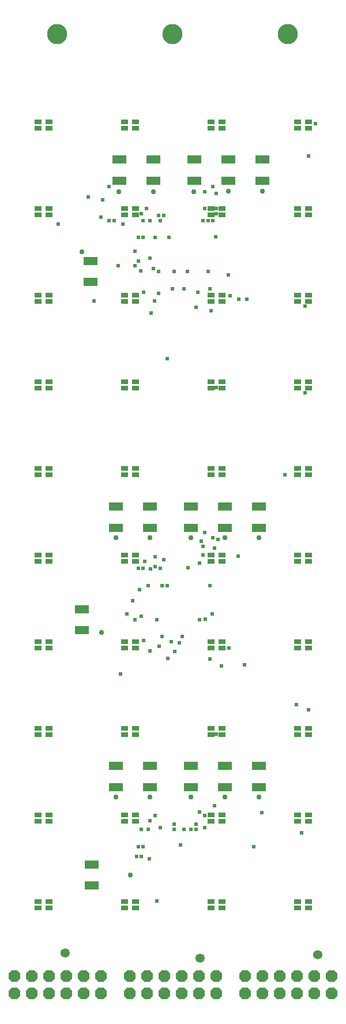
<source format=gbr>
G04 EAGLE Gerber RS-274X export*
G75*
%MOMM*%
%FSLAX34Y34*%
%LPD*%
%INSoldermask Top*%
%IPPOS*%
%AMOC8*
5,1,8,0,0,1.08239X$1,22.5*%
G01*
%ADD10C,2.954019*%
%ADD11R,1.003200X0.703200*%
%ADD12P,1.869504X8X22.500000*%
%ADD13R,2.023200X1.243200*%
%ADD14C,0.603200*%
%ADD15C,1.353200*%
%ADD16C,0.753200*%


D10*
X83820Y-31750D03*
X253153Y-31750D03*
X422487Y-31750D03*
D11*
X71500Y-160600D03*
X55500Y-160600D03*
X71500Y-169600D03*
X55500Y-169600D03*
X198500Y-414600D03*
X182500Y-414600D03*
X198500Y-423600D03*
X182500Y-423600D03*
X325500Y-414600D03*
X309500Y-414600D03*
X325500Y-423600D03*
X309500Y-423600D03*
X452500Y-414600D03*
X436500Y-414600D03*
X452500Y-423600D03*
X436500Y-423600D03*
X71500Y-541600D03*
X55500Y-541600D03*
X71500Y-550600D03*
X55500Y-550600D03*
X198500Y-541600D03*
X182500Y-541600D03*
X198500Y-550600D03*
X182500Y-550600D03*
X325500Y-541600D03*
X309500Y-541600D03*
X325500Y-550600D03*
X309500Y-550600D03*
X452500Y-541600D03*
X436500Y-541600D03*
X452500Y-550600D03*
X436500Y-550600D03*
X71500Y-668600D03*
X55500Y-668600D03*
X71500Y-677600D03*
X55500Y-677600D03*
X198500Y-668600D03*
X182500Y-668600D03*
X198500Y-677600D03*
X182500Y-677600D03*
X325500Y-668600D03*
X309500Y-668600D03*
X325500Y-677600D03*
X309500Y-677600D03*
X198500Y-160600D03*
X182500Y-160600D03*
X198500Y-169600D03*
X182500Y-169600D03*
X452500Y-668600D03*
X436500Y-668600D03*
X452500Y-677600D03*
X436500Y-677600D03*
X71500Y-795600D03*
X55500Y-795600D03*
X71500Y-804600D03*
X55500Y-804600D03*
X198500Y-795600D03*
X182500Y-795600D03*
X198500Y-804600D03*
X182500Y-804600D03*
X325500Y-795600D03*
X309500Y-795600D03*
X325500Y-804600D03*
X309500Y-804600D03*
X452500Y-795600D03*
X436500Y-795600D03*
X452500Y-804600D03*
X436500Y-804600D03*
X71500Y-922600D03*
X55500Y-922600D03*
X71500Y-931600D03*
X55500Y-931600D03*
X198500Y-922600D03*
X182500Y-922600D03*
X198500Y-931600D03*
X182500Y-931600D03*
X325500Y-922600D03*
X309500Y-922600D03*
X325500Y-931600D03*
X309500Y-931600D03*
X452500Y-922600D03*
X436500Y-922600D03*
X452500Y-931600D03*
X436500Y-931600D03*
X71500Y-1049600D03*
X55500Y-1049600D03*
X71500Y-1058600D03*
X55500Y-1058600D03*
X325500Y-160600D03*
X309500Y-160600D03*
X325500Y-169600D03*
X309500Y-169600D03*
X198500Y-1049600D03*
X182500Y-1049600D03*
X198500Y-1058600D03*
X182500Y-1058600D03*
X325500Y-1049600D03*
X309500Y-1049600D03*
X325500Y-1058600D03*
X309500Y-1058600D03*
X452500Y-1049600D03*
X436500Y-1049600D03*
X452500Y-1058600D03*
X436500Y-1058600D03*
X71500Y-1176600D03*
X55500Y-1176600D03*
X71500Y-1185600D03*
X55500Y-1185600D03*
X198500Y-1176600D03*
X182500Y-1176600D03*
X198500Y-1185600D03*
X182500Y-1185600D03*
X325500Y-1176600D03*
X309500Y-1176600D03*
X325500Y-1185600D03*
X309500Y-1185600D03*
X452500Y-1176600D03*
X436500Y-1176600D03*
X452500Y-1185600D03*
X436500Y-1185600D03*
X71500Y-1303600D03*
X55500Y-1303600D03*
X71500Y-1312600D03*
X55500Y-1312600D03*
X198500Y-1303600D03*
X182500Y-1303600D03*
X198500Y-1312600D03*
X182500Y-1312600D03*
X325500Y-1303600D03*
X309500Y-1303600D03*
X325500Y-1312600D03*
X309500Y-1312600D03*
X452500Y-160600D03*
X436500Y-160600D03*
X452500Y-169600D03*
X436500Y-169600D03*
X452500Y-1303600D03*
X436500Y-1303600D03*
X452500Y-1312600D03*
X436500Y-1312600D03*
X71500Y-287600D03*
X55500Y-287600D03*
X71500Y-296600D03*
X55500Y-296600D03*
X198500Y-287600D03*
X182500Y-287600D03*
X198500Y-296600D03*
X182500Y-296600D03*
X325500Y-287600D03*
X309500Y-287600D03*
X325500Y-296600D03*
X309500Y-296600D03*
X452500Y-287600D03*
X436500Y-287600D03*
X452500Y-296600D03*
X436500Y-296600D03*
X71500Y-414600D03*
X55500Y-414600D03*
X71500Y-423600D03*
X55500Y-423600D03*
D12*
X21167Y-1437700D03*
X46567Y-1437700D03*
X71967Y-1437700D03*
X97367Y-1437700D03*
X122767Y-1437700D03*
X148167Y-1437700D03*
X21167Y-1412300D03*
X46567Y-1412300D03*
X71967Y-1412300D03*
X97367Y-1412300D03*
X122767Y-1412300D03*
X148167Y-1412300D03*
X190500Y-1437700D03*
X215900Y-1437700D03*
X241300Y-1437700D03*
X266700Y-1437700D03*
X292100Y-1437700D03*
X317500Y-1437700D03*
X190500Y-1412300D03*
X215900Y-1412300D03*
X241300Y-1412300D03*
X266700Y-1412300D03*
X292100Y-1412300D03*
X317500Y-1412300D03*
X359833Y-1437700D03*
X385233Y-1437700D03*
X410633Y-1437700D03*
X436033Y-1437700D03*
X461433Y-1437700D03*
X486833Y-1437700D03*
X359833Y-1412300D03*
X385233Y-1412300D03*
X410633Y-1412300D03*
X436033Y-1412300D03*
X461433Y-1412300D03*
X486833Y-1412300D03*
D13*
X175000Y-246400D03*
X175000Y-215600D03*
X335000Y-246400D03*
X335000Y-215600D03*
X225000Y-246400D03*
X225000Y-215600D03*
X132571Y-364184D03*
X132571Y-394984D03*
X285000Y-246400D03*
X285000Y-215600D03*
X170000Y-755400D03*
X170000Y-724600D03*
X330000Y-755400D03*
X330000Y-724600D03*
X220000Y-755400D03*
X220000Y-724600D03*
X120000Y-905400D03*
X120000Y-874600D03*
X280000Y-755400D03*
X280000Y-724600D03*
X170000Y-1135400D03*
X170000Y-1104600D03*
X330000Y-1135400D03*
X330000Y-1104600D03*
X220000Y-1135400D03*
X220000Y-1104600D03*
X134525Y-1248859D03*
X134525Y-1279659D03*
X280000Y-1135400D03*
X280000Y-1104600D03*
X380000Y-755400D03*
X380000Y-724600D03*
X380000Y-1135400D03*
X380000Y-1104600D03*
X385000Y-246400D03*
X385000Y-215600D03*
D14*
X210333Y-410500D03*
X210333Y-921006D03*
X230333Y-1302500D03*
D15*
X95500Y-1379000D03*
X293692Y-1386044D03*
X466109Y-1381080D03*
D16*
X330000Y-1150000D03*
X385000Y-262000D03*
X380000Y-770000D03*
X380000Y-1150000D03*
D14*
X150000Y-275000D03*
X160000Y-305000D03*
X202500Y-330000D03*
X129000Y-270500D03*
X147500Y-300000D03*
X220000Y-305000D03*
X160000Y-255000D03*
X180000Y-310000D03*
X210000Y-330000D03*
X85000Y-310000D03*
X167500Y-305000D03*
X210000Y-305000D03*
X197500Y-350000D03*
X232500Y-297500D03*
X227500Y-330000D03*
X235000Y-305000D03*
X240000Y-297500D03*
X207500Y-295000D03*
X247500Y-330000D03*
X215000Y-287500D03*
X312500Y-255000D03*
X300000Y-262500D03*
X317500Y-265000D03*
X137500Y-422500D03*
X173000Y-371000D03*
X197500Y-371000D03*
X205900Y-379100D03*
X203000Y-364500D03*
X221500Y-440500D03*
X220000Y-360500D03*
X225000Y-375000D03*
X226500Y-423000D03*
X232500Y-380000D03*
X232500Y-412000D03*
X245000Y-507500D03*
X255000Y-380000D03*
X252500Y-405000D03*
X287500Y-432500D03*
X270000Y-405000D03*
X275000Y-380000D03*
X317500Y-550000D03*
X310000Y-437500D03*
X335000Y-385000D03*
X447500Y-430000D03*
X337500Y-415000D03*
X305000Y-380000D03*
X447500Y-557500D03*
X290000Y-410000D03*
X307500Y-405000D03*
X350000Y-420000D03*
X362500Y-420000D03*
X317500Y-295000D03*
X300000Y-287500D03*
X317500Y-287500D03*
X452500Y-210000D03*
X297500Y-305000D03*
X462500Y-162500D03*
X305000Y-305000D03*
X312500Y-305000D03*
X316000Y-328500D03*
X202500Y-815000D03*
X204500Y-846000D03*
X210000Y-815000D03*
X227500Y-812500D03*
X217500Y-840000D03*
X221100Y-815600D03*
X235000Y-815000D03*
X237500Y-840000D03*
X245000Y-840000D03*
X212500Y-805000D03*
X240000Y-802500D03*
X227500Y-797500D03*
X300000Y-762500D03*
X295000Y-775000D03*
X297500Y-782500D03*
X197500Y-890000D03*
X186000Y-881500D03*
X207500Y-885000D03*
X194500Y-862500D03*
X219500Y-935500D03*
X176511Y-969563D03*
X233500Y-929000D03*
X230000Y-890000D03*
X237500Y-915000D03*
X245718Y-946958D03*
X250784Y-922631D03*
X256000Y-936500D03*
X263000Y-924000D03*
X267500Y-915000D03*
X292500Y-890000D03*
X317500Y-1057500D03*
X307500Y-947500D03*
X325000Y-957500D03*
X359000Y-956000D03*
X336000Y-931500D03*
X301000Y-889000D03*
X311000Y-882000D03*
X435000Y-1015000D03*
X452500Y-1022500D03*
X275800Y-814300D03*
X297500Y-795000D03*
X292500Y-807500D03*
X312500Y-770000D03*
X418000Y-677500D03*
X320000Y-772500D03*
X307500Y-840000D03*
X349000Y-797000D03*
X315000Y-785000D03*
X202500Y-1222500D03*
X210000Y-1222500D03*
X207500Y-1197500D03*
X207500Y-1237500D03*
X217500Y-1197500D03*
X200000Y-1237500D03*
X220000Y-1185000D03*
X235000Y-1195000D03*
X227500Y-1177500D03*
X219000Y-1240500D03*
X255000Y-1190000D03*
X255600Y-1197400D03*
X315000Y-1162500D03*
X300000Y-1177500D03*
X265000Y-1220000D03*
X287500Y-1190000D03*
X280000Y-1197500D03*
X287500Y-1197500D03*
X442500Y-1202500D03*
X300000Y-1195000D03*
X384500Y-1173000D03*
X270000Y-1197500D03*
X292500Y-1172500D03*
X372500Y-1222500D03*
D16*
X335000Y-262000D03*
X330000Y-770000D03*
X120000Y-351000D03*
X224653Y-263053D03*
X284000Y-262500D03*
X149000Y-909000D03*
X220000Y-770000D03*
X280000Y-770000D03*
X190647Y-1264087D03*
X280000Y-1150000D03*
X220000Y-1150000D03*
X174533Y-262933D03*
X170000Y-770000D03*
X170000Y-1150000D03*
M02*

</source>
